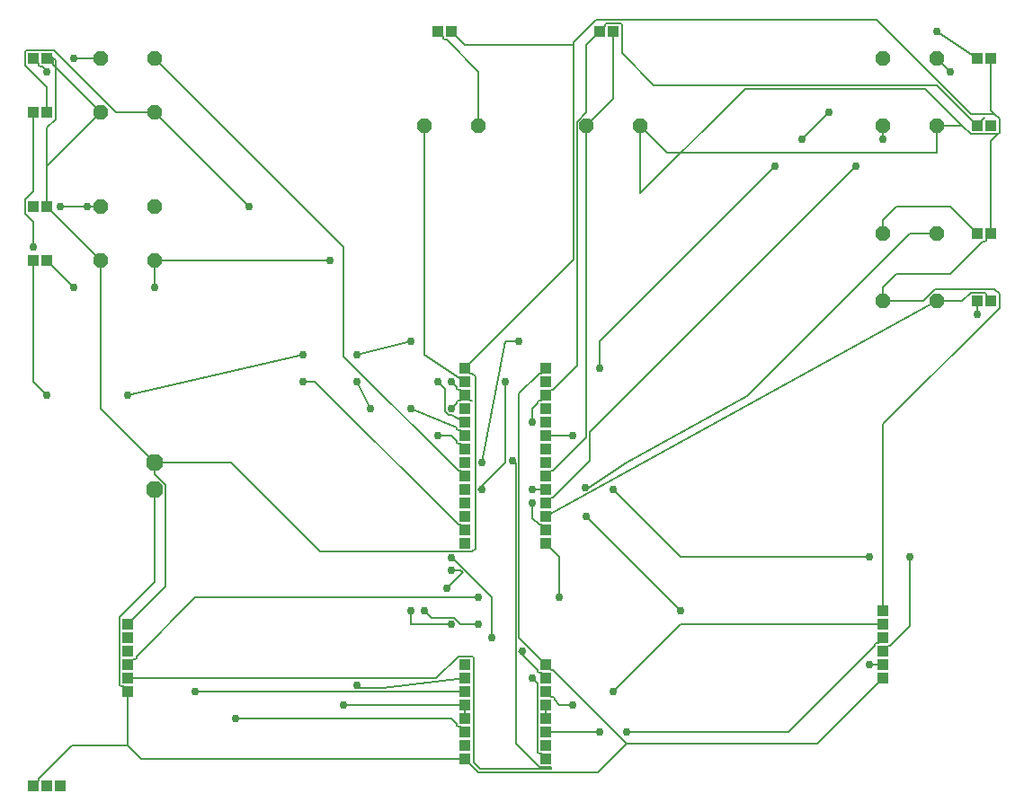
<source format=gbr>
G04 EAGLE Gerber X2 export*
%TF.Part,Single*%
%TF.FileFunction,Copper,L1,Top,Mixed*%
%TF.FilePolarity,Positive*%
%TF.GenerationSoftware,Autodesk,EAGLE,9.0.1*%
%TF.CreationDate,2019-02-05T07:25:25Z*%
G75*
%MOMM*%
%FSLAX34Y34*%
%LPD*%
%AMOC8*
5,1,8,0,0,1.08239X$1,22.5*%
G01*
%ADD10R,1.108000X1.108000*%
%ADD11P,1.429621X8X22.500000*%
%ADD12P,1.732040X8X112.500000*%
%ADD13C,0.756400*%
%ADD14C,0.152400*%


D10*
X444500Y444500D03*
X444500Y431800D03*
X444500Y419100D03*
X444500Y406400D03*
X444500Y393700D03*
X444500Y381000D03*
X444500Y368300D03*
X444500Y355600D03*
X444500Y342900D03*
X444500Y330200D03*
X444500Y317500D03*
X444500Y304800D03*
X444500Y292100D03*
X444500Y279400D03*
X520700Y444500D03*
X520700Y431800D03*
X520700Y419100D03*
X520700Y406400D03*
X520700Y393700D03*
X520700Y381000D03*
X520700Y368300D03*
X520700Y355600D03*
X520700Y342900D03*
X520700Y330200D03*
X520700Y317500D03*
X520700Y304800D03*
X520700Y292100D03*
X520700Y279400D03*
X444500Y165100D03*
X444500Y152400D03*
X444500Y139700D03*
X444500Y127000D03*
X444500Y114300D03*
X444500Y101600D03*
X444500Y88900D03*
X444500Y76200D03*
X520700Y165100D03*
X520700Y152400D03*
X520700Y139700D03*
X520700Y127000D03*
X520700Y114300D03*
X520700Y101600D03*
X520700Y88900D03*
X520700Y76200D03*
X38100Y546100D03*
X50800Y546100D03*
X927100Y508000D03*
X939800Y508000D03*
X927100Y673100D03*
X939800Y673100D03*
X38100Y685800D03*
X50800Y685800D03*
X571500Y762000D03*
X584200Y762000D03*
X419100Y762000D03*
X431800Y762000D03*
X38100Y736600D03*
X50800Y736600D03*
X927100Y736600D03*
X939800Y736600D03*
X38100Y596900D03*
X50800Y596900D03*
X927100Y571500D03*
X939800Y571500D03*
D11*
X406400Y673100D03*
X457200Y673100D03*
X101600Y736600D03*
X152400Y736600D03*
X838200Y736600D03*
X889000Y736600D03*
X101600Y596900D03*
X152400Y596900D03*
X838200Y571500D03*
X889000Y571500D03*
X838200Y508000D03*
X889000Y508000D03*
X838200Y673100D03*
X889000Y673100D03*
X101600Y546100D03*
X152400Y546100D03*
X101600Y685800D03*
X152400Y685800D03*
X558800Y673100D03*
X609600Y673100D03*
D10*
X127000Y203200D03*
X127000Y190500D03*
X127000Y177800D03*
X127000Y165100D03*
X127000Y152400D03*
X127000Y139700D03*
X838200Y215900D03*
X838200Y203200D03*
X838200Y190500D03*
X838200Y177800D03*
X838200Y165100D03*
X838200Y152400D03*
D12*
X152400Y330200D03*
X152400Y355600D03*
D10*
X38100Y50800D03*
X50800Y50800D03*
X63500Y50800D03*
D13*
X457200Y203200D03*
D14*
X440382Y203200D01*
X434314Y209268D01*
X413032Y209268D01*
X406400Y215900D01*
D13*
X406400Y215900D03*
X431800Y203200D03*
D14*
X393700Y203200D01*
X393700Y215900D01*
D13*
X393700Y215900D03*
X393700Y406400D03*
D14*
X436674Y388826D02*
X436674Y387213D01*
X438013Y385874D01*
X439626Y385874D01*
X444500Y381000D01*
X436674Y388826D02*
X393700Y406400D01*
X515826Y157274D02*
X520700Y152400D01*
X515826Y157274D02*
X514213Y157274D01*
X512874Y158613D01*
X512874Y160226D01*
X495300Y177800D01*
X498320Y177800D01*
D13*
X498320Y177800D03*
X419100Y381000D03*
D14*
X431800Y381000D01*
X436674Y376126D01*
X436674Y374513D01*
X438013Y373174D01*
X439626Y373174D01*
X444500Y368300D01*
D13*
X427509Y237009D03*
D14*
X442345Y251845D01*
X440189Y254000D01*
X431800Y254000D01*
D13*
X431800Y254000D03*
D14*
X444500Y152400D02*
X367284Y142748D01*
X342900Y142748D01*
X342900Y145768D01*
D13*
X342900Y145768D03*
X355600Y406400D03*
D14*
X431236Y400332D02*
X444500Y393700D01*
X355600Y406400D02*
X342900Y431800D01*
D13*
X342900Y431800D03*
X419100Y431800D03*
D14*
X425732Y403887D02*
X429287Y400332D01*
X431236Y400332D01*
X425732Y425168D02*
X419100Y431800D01*
X425732Y425168D02*
X425732Y403887D01*
X444500Y419100D02*
X449374Y414226D01*
X450987Y414226D01*
X512874Y82413D02*
X514213Y81074D01*
X512874Y147526D02*
X508000Y152400D01*
X512874Y147526D02*
X512874Y82413D01*
X515826Y81074D02*
X520700Y76200D01*
X515826Y81074D02*
X514213Y81074D01*
D13*
X508000Y152400D03*
X469900Y190500D03*
D14*
X469900Y228600D01*
X431800Y266700D01*
X431800Y265506D01*
D13*
X431800Y265506D03*
X431800Y406400D03*
X431800Y431800D03*
D14*
X436674Y426926D01*
X436674Y425313D01*
X438013Y423974D01*
X439626Y423974D01*
X444500Y419100D01*
X436674Y411274D02*
X431800Y406400D01*
X436674Y411274D02*
X436674Y412887D01*
X438013Y414226D01*
X439626Y414226D01*
X444500Y419100D01*
X457200Y673100D02*
X457200Y723900D01*
X423974Y757126D02*
X419100Y762000D01*
X423974Y757126D02*
X423974Y755513D01*
X425313Y754174D01*
X426926Y754174D01*
X457200Y723900D01*
X406400Y673100D02*
X406400Y457200D01*
X444500Y431800D01*
X101600Y736600D02*
X76200Y736600D01*
D13*
X76200Y736600D03*
X50800Y723900D03*
D14*
X45926Y728774D01*
X44313Y728774D02*
X42974Y730113D01*
X42974Y731726D02*
X38100Y736600D01*
X44313Y728774D02*
X45926Y728774D01*
X42974Y730113D02*
X42974Y731726D01*
X438013Y347774D02*
X439626Y347774D01*
X444500Y342900D01*
X330200Y455587D02*
X330200Y558800D01*
X330200Y455587D02*
X438013Y347774D01*
X330200Y558800D02*
X152400Y736600D01*
X889000Y762000D02*
X927100Y736600D01*
D13*
X889000Y762000D03*
D14*
X889000Y736600D02*
X901700Y723900D01*
D13*
X901700Y723900D03*
X787400Y685800D03*
D14*
X762000Y660400D01*
D13*
X762000Y660400D03*
X736600Y635000D03*
D14*
X571500Y469900D01*
X571500Y444500D01*
D13*
X571500Y444500D03*
X482600Y431800D03*
D14*
X482600Y355600D01*
X457200Y330200D01*
X460103Y330200D01*
D13*
X460103Y330200D03*
D14*
X101600Y596900D02*
X88900Y596900D01*
D13*
X88900Y596900D03*
D14*
X63500Y596900D01*
D13*
X63500Y596900D03*
X292100Y431800D03*
D14*
X303187Y431800D01*
X438013Y296974D02*
X439626Y296974D01*
X444500Y292100D01*
X438013Y296974D02*
X303187Y431800D01*
X838200Y571500D02*
X838200Y584200D01*
X850900Y596900D01*
X901700Y596900D01*
X927100Y571500D01*
X889000Y571500D02*
X863600Y571500D01*
X710223Y418123D02*
X596900Y355600D01*
X710223Y418123D02*
X863600Y571500D01*
X596900Y355600D02*
X558800Y330200D01*
X557721Y332156D01*
D13*
X557721Y332156D03*
X520700Y292100D03*
X460103Y355600D03*
D14*
X482600Y469900D01*
X495300Y469900D01*
D13*
X495300Y469900D03*
X317500Y546100D03*
D14*
X152400Y546100D01*
X76200Y520700D02*
X50800Y546100D01*
D13*
X76200Y520700D03*
X152400Y520700D03*
D14*
X152400Y546100D01*
D13*
X508000Y317500D03*
D14*
X514213Y296974D02*
X515826Y296974D01*
X520700Y292100D01*
X508000Y303187D02*
X508000Y317500D01*
X508000Y303187D02*
X514213Y296974D01*
X520700Y304800D02*
X525574Y309674D01*
X920613Y515826D02*
X933587Y515826D01*
X934926Y514487D01*
X912787Y508000D02*
X889000Y508000D01*
X934926Y512874D02*
X934926Y514487D01*
X934926Y512874D02*
X939800Y508000D01*
X920613Y515826D02*
X912787Y508000D01*
X889000Y508000D02*
X520700Y304800D01*
X838200Y660400D02*
X838200Y673100D01*
D13*
X838200Y660400D03*
X812800Y635000D03*
D14*
X561848Y384048D01*
X527187Y322374D02*
X525574Y322374D01*
X520700Y317500D01*
X561848Y357035D02*
X561848Y384048D01*
X561848Y357035D02*
X527187Y322374D01*
X31613Y744426D02*
X30274Y743087D01*
X30274Y730113D01*
X31613Y744426D02*
X57287Y744426D01*
X50800Y709587D02*
X50800Y685800D01*
X50800Y709587D02*
X30274Y730113D01*
X115913Y685800D02*
X152400Y685800D01*
X115913Y685800D02*
X57287Y744426D01*
X508000Y330200D02*
X520700Y330200D01*
D13*
X508000Y330200D03*
X241300Y596900D03*
D14*
X152400Y685800D01*
X584200Y698500D02*
X584200Y762000D01*
X584200Y698500D02*
X558800Y673100D01*
X527187Y347774D02*
X525574Y347774D01*
X520700Y342900D01*
X558800Y379387D02*
X558800Y673100D01*
X558800Y379387D02*
X527187Y347774D01*
X439626Y106474D02*
X444500Y101600D01*
X439626Y106474D02*
X438013Y106474D01*
X436674Y107813D01*
X436674Y109426D01*
X431800Y114300D01*
D13*
X228600Y114300D03*
D14*
X431800Y114300D01*
D13*
X190500Y139700D03*
D14*
X444500Y139700D01*
X457200Y228600D02*
X190500Y228600D01*
X131874Y169974D02*
X127000Y165100D01*
X131874Y169974D02*
X133487Y169974D01*
X134826Y171313D01*
X134826Y172926D01*
X190500Y228600D01*
D13*
X457200Y228600D03*
X533400Y228600D03*
D14*
X533400Y266700D01*
X520700Y279400D01*
X450987Y172926D02*
X438013Y172926D01*
X450987Y172926D02*
X452326Y171587D01*
X452326Y72685D02*
X458463Y66548D01*
X452326Y72685D02*
X452326Y171587D01*
X492252Y90335D02*
X514213Y68374D01*
X492252Y90335D02*
X492252Y355600D01*
X417487Y152400D02*
X127000Y152400D01*
X417487Y152400D02*
X438013Y172926D01*
X458463Y66548D02*
X525361Y66548D01*
X525361Y68374D01*
X514213Y68374D01*
X492252Y355600D02*
X489232Y357550D01*
D13*
X489232Y357550D03*
D14*
X825500Y165100D02*
X838200Y165100D01*
D13*
X825500Y165100D03*
X647700Y215900D03*
D14*
X558800Y304800D01*
D13*
X558800Y304800D03*
D14*
X838200Y177800D02*
X843074Y182674D01*
X844687Y182674D01*
X863600Y201587D01*
X863600Y266700D01*
D13*
X863600Y266700D03*
X825500Y266700D03*
D14*
X647700Y266700D01*
X584200Y330200D01*
D13*
X584200Y330200D03*
X546100Y381000D03*
D14*
X520700Y381000D01*
X596900Y101600D02*
X749300Y101600D01*
X833326Y185626D02*
X838200Y190500D01*
X833326Y185626D02*
X831713Y185626D01*
X830374Y184287D01*
X830374Y182674D01*
X749300Y101600D01*
D13*
X596900Y101600D03*
X571500Y101600D03*
D14*
X520700Y101600D01*
X533400Y127000D02*
X546100Y127000D01*
X525574Y134826D02*
X520700Y139700D01*
X525574Y134826D02*
X527187Y134826D01*
X528526Y133487D01*
X528526Y131874D01*
X533400Y127000D01*
D13*
X546100Y127000D03*
X584200Y139700D03*
D14*
X647700Y203200D01*
X838200Y203200D01*
X152400Y344748D02*
X152400Y355600D01*
X152400Y344748D02*
X162687Y334461D01*
X162687Y238887D01*
X127000Y203200D01*
X609600Y673100D02*
X635000Y647700D01*
X889000Y647700D01*
X889000Y673100D01*
X912787Y673100D01*
X920613Y665274D01*
X939800Y687413D02*
X939800Y736600D01*
X946287Y665274D02*
X939800Y658787D01*
X939800Y571500D01*
X943239Y683974D02*
X939800Y687413D01*
X939800Y571500D02*
X934926Y566626D01*
X934926Y565013D01*
X933587Y563674D01*
X931974Y563674D01*
X901700Y533400D01*
X850900Y533400D01*
X838200Y520700D01*
X838200Y508000D01*
X947626Y514487D02*
X947626Y501513D01*
X876428Y508000D02*
X838200Y508000D01*
X876428Y508000D02*
X887302Y518874D01*
X943239Y518874D01*
X947626Y514487D01*
X838200Y392087D02*
X838200Y215900D01*
X838200Y392087D02*
X947626Y501513D01*
X609600Y609600D02*
X609600Y673100D01*
X546862Y546862D02*
X444500Y444500D01*
X947626Y666613D02*
X947626Y679587D01*
X947626Y666613D02*
X946287Y665274D01*
X920613Y665274D01*
X912787Y673100D02*
X877735Y708152D01*
X831637Y772874D02*
X568061Y772874D01*
X943239Y683974D02*
X947626Y679587D01*
X546862Y749300D02*
X546862Y546862D01*
X546862Y749300D02*
X546862Y751675D01*
X568061Y772874D01*
X831637Y772874D02*
X920537Y683974D01*
X943239Y683974D01*
X877735Y708152D02*
X708152Y708152D01*
X609600Y609600D01*
X444500Y749300D02*
X431800Y762000D01*
X444500Y749300D02*
X546862Y749300D01*
X444500Y444500D02*
X449374Y439626D01*
X450987Y439626D01*
X224289Y355600D02*
X152400Y355600D01*
X450987Y439626D02*
X454035Y436578D01*
X454035Y274622D01*
X450987Y271574D01*
X308315Y271574D01*
X224289Y355600D01*
X152400Y355600D02*
X101600Y406400D01*
X101600Y546100D01*
X50800Y596900D01*
X50800Y635000D01*
X101600Y685800D01*
X56896Y730504D01*
X56896Y736600D01*
X52585Y738385D02*
X50800Y736600D01*
X52585Y738385D02*
X55111Y738385D01*
X56896Y736600D01*
X50800Y671487D02*
X50800Y596900D01*
X50800Y671487D02*
X58626Y679313D01*
X58626Y734870D02*
X56896Y736600D01*
X58626Y734870D02*
X58626Y679313D01*
X520700Y127000D02*
X520700Y114300D01*
X444500Y114300D02*
X444500Y127000D01*
X330200Y127000D01*
D13*
X330200Y127000D03*
D14*
X120513Y144574D02*
X119174Y145913D01*
X119174Y209687D01*
X120513Y144574D02*
X122126Y144574D01*
X127000Y139700D01*
X152400Y242913D02*
X152400Y330200D01*
X152400Y242913D02*
X119174Y209687D01*
X525574Y160226D02*
X527187Y160226D01*
X525574Y160226D02*
X520700Y165100D01*
X527187Y160226D02*
X596900Y90513D01*
X520700Y165100D02*
X495300Y190500D01*
X514213Y439626D02*
X515826Y439626D01*
X520700Y444500D01*
X514213Y439626D02*
X495300Y420713D01*
X495300Y190500D01*
X596900Y90513D02*
X776313Y90513D01*
X838200Y152400D01*
X127000Y139700D02*
X127000Y88900D01*
X139700Y76200D01*
X444500Y76200D01*
X457200Y63500D01*
X569887Y63500D02*
X596900Y90513D01*
X569887Y63500D02*
X457200Y63500D01*
X42974Y55674D02*
X38100Y50800D01*
X42974Y55674D02*
X42974Y57287D01*
X74587Y88900D01*
X127000Y88900D01*
X927100Y674713D02*
X933313Y680926D01*
X927100Y674713D02*
X927100Y673100D01*
X525574Y423974D02*
X520700Y419100D01*
X525574Y423974D02*
X527187Y423974D01*
X549910Y676782D02*
X558800Y685672D01*
X549910Y446697D02*
X527187Y423974D01*
X549910Y446697D02*
X549910Y676782D01*
X558800Y749300D02*
X571500Y762000D01*
X558800Y749300D02*
X558800Y685672D01*
X889000Y711200D02*
X927100Y673100D01*
X592026Y768487D02*
X590687Y769826D01*
X577713Y769826D01*
X576374Y768487D01*
X576374Y766874D01*
X571500Y762000D01*
X592026Y741474D02*
X622300Y711200D01*
X592026Y741474D02*
X592026Y768487D01*
X622300Y711200D02*
X889000Y711200D01*
X508000Y406400D02*
X508000Y393700D01*
D13*
X508000Y393700D03*
X50800Y419100D03*
D14*
X38100Y431800D01*
X38100Y546100D01*
X927100Y508000D02*
X927100Y495300D01*
D13*
X927100Y495300D03*
D14*
X512874Y411274D02*
X508000Y406400D01*
X512874Y411274D02*
X512874Y412887D01*
X514213Y414226D01*
X515826Y414226D01*
X520700Y419100D01*
D13*
X38100Y558800D03*
D14*
X30274Y590413D02*
X30274Y603387D01*
X38100Y582587D02*
X38100Y558800D01*
X38100Y611213D02*
X38100Y685800D01*
X30274Y590413D02*
X38100Y582587D01*
X30274Y603387D02*
X38100Y611213D01*
D13*
X393700Y469900D03*
D14*
X342900Y457200D01*
D13*
X342900Y457200D03*
X292100Y457200D03*
D14*
X127000Y419100D01*
D13*
X127000Y419100D03*
M02*

</source>
